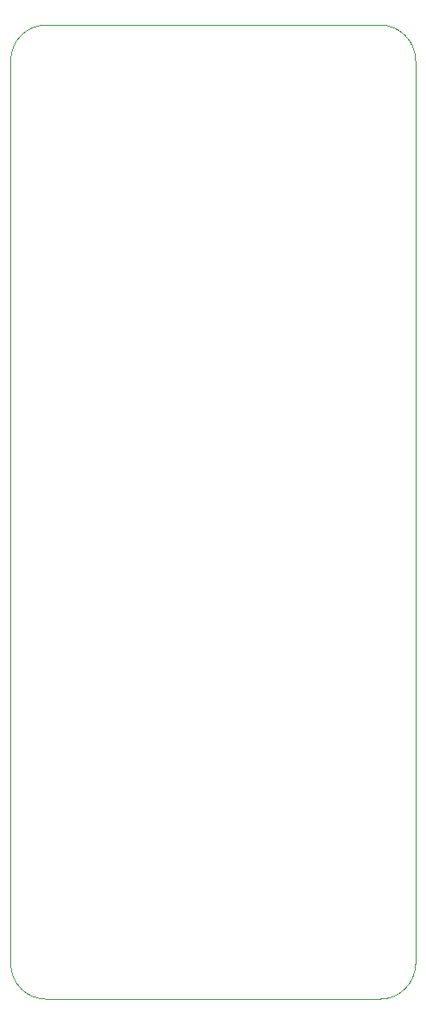
<source format=gbr>
%TF.GenerationSoftware,KiCad,Pcbnew,7.0.7*%
%TF.CreationDate,2023-09-20T07:21:18-04:00*%
%TF.ProjectId,lasko_ir_remote,6c61736b-6f5f-4697-925f-72656d6f7465,rev?*%
%TF.SameCoordinates,PX7b06240PY29020c0*%
%TF.FileFunction,Profile,NP*%
%FSLAX46Y46*%
G04 Gerber Fmt 4.6, Leading zero omitted, Abs format (unit mm)*
G04 Created by KiCad (PCBNEW 7.0.7) date 2023-09-20 07:21:18*
%MOMM*%
%LPD*%
G01*
G04 APERTURE LIST*
%TA.AperFunction,Profile*%
%ADD10C,0.100000*%
%TD*%
G04 APERTURE END LIST*
D10*
X41000000Y-4500000D02*
X41000000Y-93500000D01*
X1000000Y-93500000D02*
G75*
G03*
X4500000Y-97000000I3500000J0D01*
G01*
X4500000Y-1000000D02*
G75*
G03*
X1000000Y-4500000I0J-3500000D01*
G01*
X41000000Y-4500000D02*
G75*
G03*
X37500000Y-1000000I-3500000J0D01*
G01*
X4500000Y-1000000D02*
X37500000Y-1000000D01*
X1000000Y-93500000D02*
X1000000Y-4500000D01*
X37500000Y-97000000D02*
X4500000Y-97000000D01*
X37500000Y-97000000D02*
G75*
G03*
X41000000Y-93500000I0J3500000D01*
G01*
M02*

</source>
